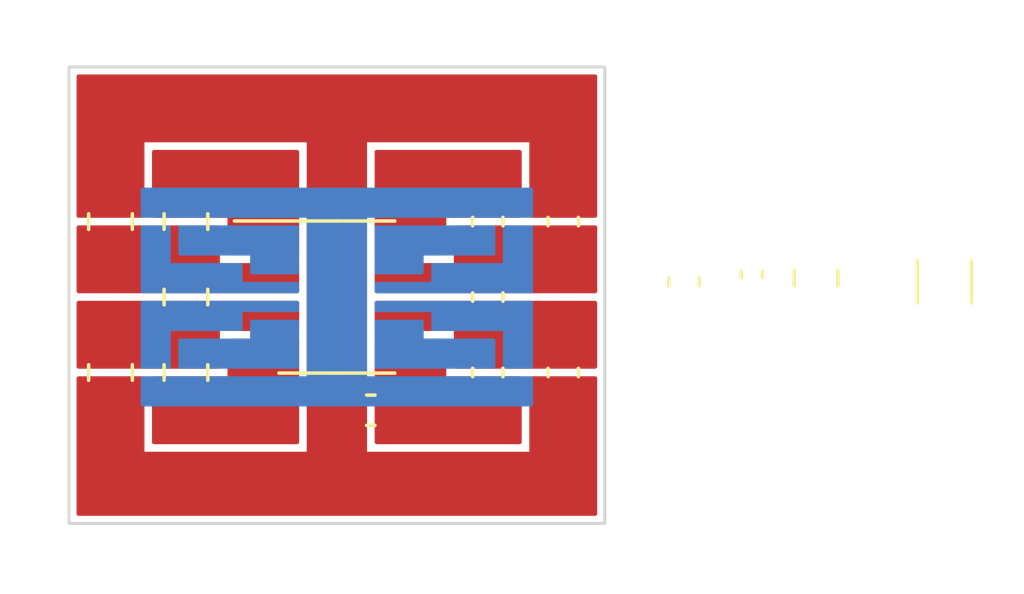
<source format=kicad_pcb>
(kicad_pcb (version 20211014) (generator pcbnew)
  (layers (0 "F.Cu" signal) (31 "B.Cu" signal) (34 "B.Paste" user) (35 "F.Paste" user) (36 "B.SilkS" user "B.Silkscreen") (37 "F.SilkS" user "F.Silkscreen") (38 "B.Mask" user) (39 "F.Mask" user) (44 "Edge.Cuts" user))
  (net 0 "")
  (footprint "Capacitor_SMD:C_0805_2012Metric" (layer "F.Cu") (at 144.78 104.14 90)
    (fp_text reference "REF**" hide)
    (fp_text value "C_0805_2012Metric")
    (fp_line (start -0.261252 0.735) (end 0.261252 0.735) (layer "F.SilkS") (width 0.12))
    (fp_line (start -0.261252 -0.735) (end 0.261252 -0.735) (layer "F.SilkS") (width 0.12))
  )
  (footprint "Capacitor_SMD:C_0805_2012Metric" (layer "F.Cu") (at 144.78 99.06 90)
    (fp_text reference "REF**" hide)
    (fp_text value "C_0805_2012Metric")
    (fp_line (start -0.261252 0.735) (end 0.261252 0.735) (layer "F.SilkS") (width 0.12))
    (fp_line (start -0.261252 -0.735) (end 0.261252 -0.735) (layer "F.SilkS") (width 0.12))
  )
  (footprint "Capacitor_SMD:C_0805_2012Metric" (layer "F.Cu") (at 147.32 99.06 90)
    (fp_text reference "REF**" hide)
    (fp_text value "C_0805_2012Metric")
    (fp_line (start -0.261252 0.735) (end 0.261252 0.735) (layer "F.SilkS") (width 0.12))
    (fp_line (start -0.261252 -0.735) (end 0.261252 -0.735) (layer "F.SilkS") (width 0.12))
  )
  (footprint "Capacitor_SMD:C_0603_1608Metric" (layer "F.Cu") (at 160.02 104.14 90)
    (fp_text reference "REF**" hide)
    (fp_text value "C_0603_1608Metric")
    (fp_line (start -0.14058 0.51) (end 0.14058 0.51) (layer "F.SilkS") (width 0.12))
    (fp_line (start -0.14058 -0.51) (end 0.14058 -0.51) (layer "F.SilkS") (width 0.12))
  )
  (footprint "Capacitor_SMD:C_0402_1005Metric" (layer "F.Cu") (at 166.37 100.838 90)
    (fp_text reference "REF**" hide)
    (fp_text value "C_0402_1005Metric")
    (fp_line (start -0.107836 0.36) (end 0.107836 0.36) (layer "F.SilkS") (width 0.12))
    (fp_line (start -0.107836 -0.36) (end 0.107836 -0.36) (layer "F.SilkS") (width 0.12))
  )
  (footprint "Capacitor_SMD:C_0603_1608Metric" (layer "F.Cu") (at 160.02 99.06 90)
    (fp_text reference "REF**" hide)
    (fp_text value "C_0603_1608Metric")
    (fp_line (start -0.14058 0.51) (end 0.14058 0.51) (layer "F.SilkS") (width 0.12))
    (fp_line (start -0.14058 -0.51) (end 0.14058 -0.51) (layer "F.SilkS") (width 0.12))
  )
  (footprint "Capacitor_SMD:C_0805_2012Metric" (layer "F.Cu") (at 168.529 100.965 90)
    (fp_text reference "REF**" hide)
    (fp_text value "C_0805_2012Metric")
    (fp_line (start -0.261252 0.735) (end 0.261252 0.735) (layer "F.SilkS") (width 0.12))
    (fp_line (start -0.261252 -0.735) (end 0.261252 -0.735) (layer "F.SilkS") (width 0.12))
  )
  (footprint "Capacitor_SMD:C_0603_1608Metric" (layer "F.Cu") (at 164.084 101.092 90)
    (fp_text reference "REF**" hide)
    (fp_text value "C_0603_1608Metric")
    (fp_line (start -0.14058 0.51) (end 0.14058 0.51) (layer "F.SilkS") (width 0.12))
    (fp_line (start -0.14058 -0.51) (end 0.14058 -0.51) (layer "F.SilkS") (width 0.12))
  )
  (footprint "Capacitor_SMD:C_0603_1608Metric" (layer "F.Cu") (at 157.48 104.14 90)
    (fp_text reference "REF**" hide)
    (fp_text value "C_0603_1608Metric")
    (fp_line (start -0.14058 0.51) (end 0.14058 0.51) (layer "F.SilkS") (width 0.12))
    (fp_line (start -0.14058 -0.51) (end 0.14058 -0.51) (layer "F.SilkS") (width 0.12))
  )
  (footprint "Capacitor_SMD:C_0805_2012Metric" (layer "F.Cu") (at 147.32 104.14 90)
    (fp_text reference "REF**" hide)
    (fp_text value "C_0805_2012Metric")
    (fp_line (start -0.261252 0.735) (end 0.261252 0.735) (layer "F.SilkS") (width 0.12))
    (fp_line (start -0.261252 -0.735) (end 0.261252 -0.735) (layer "F.SilkS") (width 0.12))
  )
  (footprint "Capacitor_SMD:C_0603_1608Metric" (layer "F.Cu") (at 153.543 105.41 180)
    (fp_text reference "REF**" hide)
    (fp_text value "C_0603_1608Metric")
    (fp_line (start -0.14058 0.51) (end 0.14058 0.51) (layer "F.SilkS") (width 0.12))
    (fp_line (start -0.14058 -0.51) (end 0.14058 -0.51) (layer "F.SilkS") (width 0.12))
  )
  (footprint "Package_SO:SOIC-8_3.9x4.9mm_P1.27mm" (layer "F.Cu") (at 152.4 101.6)
    (fp_text reference "REF**" hide)
    (fp_text value "SOIC-8_3.9x4.9mm_P1.27mm")
    (fp_line (start 0 -2.56) (end 1.95 -2.56) (layer "F.SilkS") (width 0.12))
    (fp_line (start 0 -2.56) (end -3.45 -2.56) (layer "F.SilkS") (width 0.12))
    (fp_line (start 0 2.56) (end -1.95 2.56) (layer "F.SilkS") (width 0.12))
    (fp_line (start 0 2.56) (end 1.95 2.56) (layer "F.SilkS") (width 0.12))
    (pad "1" smd roundrect locked (at -2.475 -1.905) (size 1.95 0.6) (layers "F.Cu" "F.Paste" "F.Mask"))
    (pad "2" smd roundrect locked (at -2.475 -0.635) (size 1.95 0.6) (layers "F.Cu" "F.Paste" "F.Mask"))
    (pad "3" smd roundrect locked (at -2.475 0.635) (size 1.95 0.6) (layers "F.Cu" "F.Paste" "F.Mask"))
    (pad "4" smd roundrect locked (at -2.475 1.905) (size 1.95 0.6) (layers "F.Cu" "F.Paste" "F.Mask"))
    (pad "5" smd roundrect locked (at 2.475 1.905) (size 1.95 0.6) (layers "F.Cu" "F.Paste" "F.Mask"))
    (pad "6" smd roundrect locked (at 2.475 0.635) (size 1.95 0.6) (layers "F.Cu" "F.Paste" "F.Mask"))
    (pad "7" smd roundrect locked (at 2.475 -0.635) (size 1.95 0.6) (layers "F.Cu" "F.Paste" "F.Mask"))
    (pad "8" smd roundrect locked (at 2.475 -1.905) (size 1.95 0.6) (layers "F.Cu" "F.Paste" "F.Mask"))
  )
  (footprint "Capacitor_SMD:C_0603_1608Metric" (layer "F.Cu") (at 157.48 99.06 90)
    (fp_text reference "REF**" hide)
    (fp_text value "C_0603_1608Metric")
    (fp_line (start -0.14058 0.51) (end 0.14058 0.51) (layer "F.SilkS") (width 0.12))
    (fp_line (start -0.14058 -0.51) (end 0.14058 -0.51) (layer "F.SilkS") (width 0.12))
  )
  (footprint "Capacitor_SMD:C_0603_1608Metric" (layer "F.Cu") (at 157.48 101.6 90)
    (fp_text reference "REF**" hide)
    (fp_text value "C_0603_1608Metric")
    (fp_line (start -0.14058 0.51) (end 0.14058 0.51) (layer "F.SilkS") (width 0.12))
    (fp_line (start -0.14058 -0.51) (end 0.14058 -0.51) (layer "F.SilkS") (width 0.12))
  )
  (footprint "Capacitor_SMD:C_1206_3216Metric" (layer "F.Cu") (at 172.847 101.092 90)
    (fp_text reference "REF**" hide)
    (fp_text value "C_1206_3216Metric")
    (fp_line (start -0.711252 0.91) (end 0.711252 0.91) (layer "F.SilkS") (width 0.12))
    (fp_line (start -0.711252 -0.91) (end 0.711252 -0.91) (layer "F.SilkS") (width 0.12))
  )
  (footprint "Capacitor_SMD:C_0805_2012Metric" (layer "F.Cu") (at 147.32 101.6 90)
    (fp_text reference "REF**" hide)
    (fp_text value "C_0805_2012Metric")
    (fp_line (start -0.261252 0.735) (end 0.261252 0.735) (layer "F.SilkS") (width 0.12))
    (fp_line (start -0.261252 -0.735) (end 0.261252 -0.735) (layer "F.SilkS") (width 0.12))
  )
  (gr_rect (start 143.383 93.853) (end 161.417 109.22) (layer "Edge.Cuts") (width 0.1) (fill none))
  (zone (net 0) (net_name "") (layer "F.Cu") (connect_pads yes (clearance 0.127)) (min_thickness 0.127) (fill yes (thermal_gap 0.127) (thermal_bridge_width 0.508))
    (polygon (pts (xy 158.623 98.933) (xy 156.083 98.933) (xy 156.083 100.203) (xy 153.67 100.203) (xy 153.67 96.647) (xy 158.623 96.647)))
  )
  (zone (net 0) (net_name "") (layer "F.Cu") (connect_pads yes (clearance 0.127)) (min_thickness 0.127) (fill yes (thermal_gap 0.127) (thermal_bridge_width 0.508))
    (polygon (pts (xy 146.177 104.267) (xy 148.717 104.267) (xy 148.717 102.997) (xy 151.13 102.997) (xy 151.13 106.553) (xy 146.177 106.553)))
  )
  (zone (net 0) (net_name "") (layer "F.Cu") (connect_pads yes (clearance 0.127)) (min_thickness 0.127) (fill yes (thermal_gap 0.127) (thermal_bridge_width 0.508))
    (polygon (pts (xy 161.163 104.013) (xy 156.337 104.013) (xy 156.337 102.743) (xy 153.67 102.743) (xy 153.67 101.727) (xy 161.163 101.727)))
  )
  (zone (net 0) (net_name "") (layer "F.Cu") (connect_pads yes (clearance 0.127)) (min_thickness 0.127) (fill yes (thermal_gap 0.127) (thermal_bridge_width 0.508))
    (polygon (pts (xy 143.637 101.727) (xy 151.13 101.727) (xy 151.13 102.743) (xy 148.463 102.743) (xy 148.463 104.013) (xy 143.637 104.013)))
  )
  (zone (net 0) (net_name "") (layer "F.Cu") (connect_pads yes (clearance 0.127)) (min_thickness 0.127) (fill yes (thermal_gap 0.127) (thermal_bridge_width 0.508))
    (polygon (pts (xy 161.163 98.933) (xy 158.877 98.933) (xy 158.877 96.393) (xy 153.416 96.393) (xy 153.416 106.807) (xy 158.877 106.807) (xy 158.877 104.267) (xy 161.163 104.267) (xy 161.163 108.966) (xy 143.637 108.966) (xy 143.637 104.267) (xy 145.923 104.267) (xy 145.923 106.807) (xy 151.384 106.807) (xy 151.384 96.393) (xy 145.923 96.393) (xy 145.923 98.933) (xy 143.637 98.933) (xy 143.637 94.107) (xy 161.163 94.107)))
  )
  (zone (net 0) (net_name "") (layer "F.Cu") (connect_pads yes (clearance 0.127)) (min_thickness 0.127) (fill yes (thermal_gap 0.127) (thermal_bridge_width 0.508))
    (polygon (pts (xy 156.083 104.267) (xy 158.623 104.267) (xy 158.623 106.553) (xy 153.67 106.553) (xy 153.67 102.997) (xy 156.083 102.997)))
  )
  (zone (net 0) (net_name "") (layer "F.Cu") (connect_pads yes (clearance 0.127)) (min_thickness 0.127) (fill yes (thermal_gap 0.127) (thermal_bridge_width 0.508))
    (polygon (pts (xy 148.717 98.933) (xy 146.177 98.933) (xy 146.177 96.647) (xy 151.13 96.647) (xy 151.13 100.203) (xy 148.717 100.203)))
  )
  (zone (net 0) (net_name "") (layer "F.Cu") (connect_pads yes (clearance 0.127)) (min_thickness 0.127) (fill yes (thermal_gap 0.127) (thermal_bridge_width 0.508))
    (polygon (pts (xy 161.163 101.473) (xy 153.67 101.473) (xy 153.67 100.457) (xy 156.337 100.457) (xy 156.337 99.187) (xy 161.163 99.187)))
  )
  (zone (net 0) (net_name "") (layer "F.Cu") (connect_pads yes (clearance 0.127)) (min_thickness 0.127) (fill yes (thermal_gap 0.127) (thermal_bridge_width 0.508))
    (polygon (pts (xy 143.637 99.187) (xy 148.463 99.187) (xy 148.463 100.457) (xy 151.13 100.457) (xy 151.13 101.473) (xy 143.637 101.473)))
  )
  (zone (net 0) (net_name "") (layer "B.Cu") (connect_pads yes (clearance 0.127)) (min_thickness 0.127) (fill yes (thermal_gap 0.127) (thermal_bridge_width 0.508))
    (polygon (pts (xy 145.796 99.187) (xy 146.812 99.187) (xy 146.812 100.457) (xy 149.225 100.457) (xy 149.225 101.092) (xy 151.13 101.092) (xy 151.13 101.473) (xy 145.796 101.473)))
  )
  (zone (net 0) (net_name "") (layer "B.Cu") (connect_pads yes (clearance 0.127)) (min_thickness 0.127) (fill yes (thermal_gap 0.127) (thermal_bridge_width 0.508))
    (polygon (pts (xy 157.734 100.203) (xy 155.321 100.203) (xy 155.321 100.838) (xy 153.67 100.838) (xy 153.67 99.187) (xy 157.734 99.187)))
  )
  (zone (net 0) (net_name "") (layer "B.Cu") (connect_pads yes (clearance 0.127)) (min_thickness 0.127) (fill yes (thermal_gap 0.127) (thermal_bridge_width 0.508))
    (polygon (pts (xy 155.321 102.997) (xy 157.734 102.997) (xy 157.734 104.013) (xy 153.67 104.013) (xy 153.67 102.362) (xy 155.321 102.362)))
  )
  (zone (net 0) (net_name "") (layer "B.Cu") (connect_pads yes (clearance 0.127)) (min_thickness 0.127) (fill yes (thermal_gap 0.127) (thermal_bridge_width 0.508))
    (polygon (pts (xy 145.796 98.933) (xy 151.384 98.933) (xy 151.384 104.267) (xy 145.796 104.267) (xy 145.796 105.283) (xy 159.004 105.283) (xy 159.004 104.267) (xy 153.416 104.267) (xy 153.416 98.933) (xy 159.004 98.933) (xy 159.004 97.917) (xy 145.796 97.917)))
  )
  (zone (net 0) (net_name "") (layer "B.Cu") (connect_pads yes (clearance 0.127)) (min_thickness 0.127) (fill yes (thermal_gap 0.127) (thermal_bridge_width 0.508))
    (polygon (pts (xy 159.004 101.473) (xy 153.67 101.473) (xy 153.67 101.092) (xy 155.575 101.092) (xy 155.575 100.457) (xy 157.988 100.457) (xy 157.988 99.187) (xy 159.004 99.187)))
  )
  (zone (net 0) (net_name "") (layer "B.Cu") (connect_pads yes (clearance 0.127)) (min_thickness 0.127) (fill yes (thermal_gap 0.127) (thermal_bridge_width 0.508))
    (polygon (pts (xy 145.796 101.727) (xy 151.13 101.727) (xy 151.13 102.108) (xy 149.225 102.108) (xy 149.225 102.743) (xy 146.812 102.743) (xy 146.812 104.013) (xy 145.796 104.013)))
  )
  (zone (net 0) (net_name "") (layer "B.Cu") (connect_pads yes (clearance 0.127)) (min_thickness 0.127) (fill yes (thermal_gap 0.127) (thermal_bridge_width 0.508))
    (polygon (pts (xy 149.479 100.203) (xy 147.066 100.203) (xy 147.066 99.187) (xy 151.13 99.187) (xy 151.13 100.838) (xy 149.479 100.838)))
  )
  (zone (net 0) (net_name "") (layer "B.Cu") (connect_pads yes (clearance 0.127)) (min_thickness 0.127) (fill yes (thermal_gap 0.127) (thermal_bridge_width 0.508))
    (polygon (pts (xy 159.004 104.013) (xy 157.988 104.013) (xy 157.988 102.743) (xy 155.575 102.743) (xy 155.575 102.108) (xy 153.67 102.108) (xy 153.67 101.727) (xy 159.004 101.727)))
  )
  (zone (net 0) (net_name "") (layer "B.Cu") (connect_pads yes (clearance 0.127)) (min_thickness 0.127) (fill yes (thermal_gap 0.127) (thermal_bridge_width 0.508))
    (polygon (pts (xy 147.066 102.997) (xy 149.479 102.997) (xy 149.479 102.362) (xy 151.13 102.362) (xy 151.13 104.013) (xy 147.066 104.013)))
  )
)
</source>
